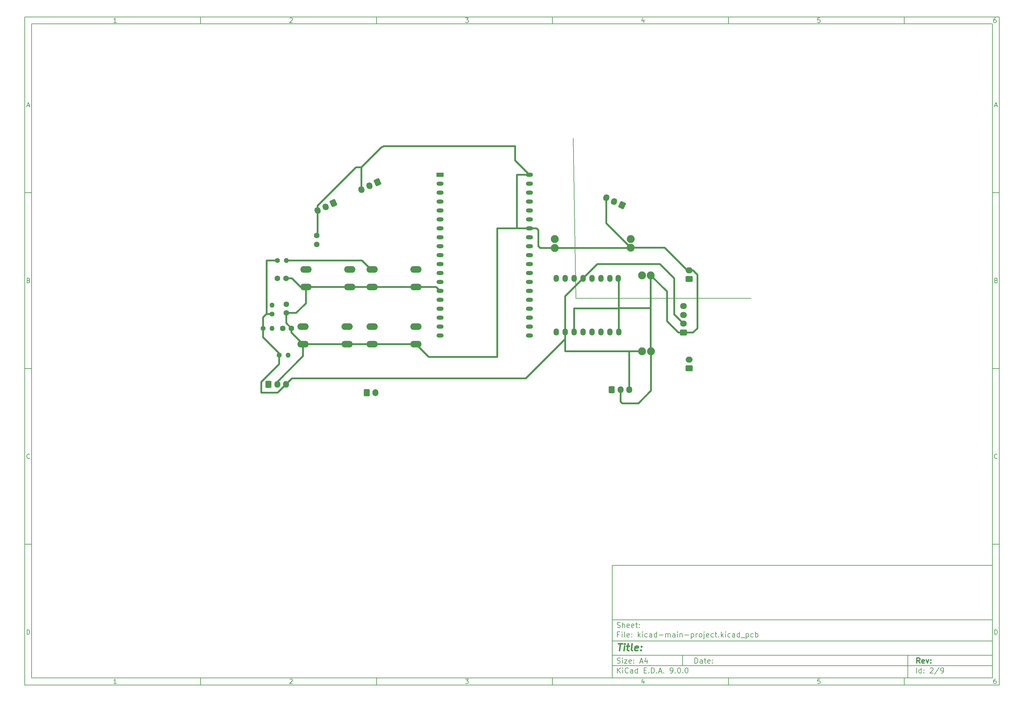
<source format=gbr>
%TF.GenerationSoftware,KiCad,Pcbnew,9.0.0*%
%TF.CreationDate,2025-05-10T22:05:33+07:00*%
%TF.ProjectId,kicad-main-project,6b696361-642d-46d6-9169-6e2d70726f6a,rev?*%
%TF.SameCoordinates,Original*%
%TF.FileFunction,Copper,L2,Bot*%
%TF.FilePolarity,Positive*%
%FSLAX46Y46*%
G04 Gerber Fmt 4.6, Leading zero omitted, Abs format (unit mm)*
G04 Created by KiCad (PCBNEW 9.0.0) date 2025-05-10 22:05:33*
%MOMM*%
%LPD*%
G01*
G04 APERTURE LIST*
G04 Aperture macros list*
%AMRoundRect*
0 Rectangle with rounded corners*
0 $1 Rounding radius*
0 $2 $3 $4 $5 $6 $7 $8 $9 X,Y pos of 4 corners*
0 Add a 4 corners polygon primitive as box body*
4,1,4,$2,$3,$4,$5,$6,$7,$8,$9,$2,$3,0*
0 Add four circle primitives for the rounded corners*
1,1,$1+$1,$2,$3*
1,1,$1+$1,$4,$5*
1,1,$1+$1,$6,$7*
1,1,$1+$1,$8,$9*
0 Add four rect primitives between the rounded corners*
20,1,$1+$1,$2,$3,$4,$5,0*
20,1,$1+$1,$4,$5,$6,$7,0*
20,1,$1+$1,$6,$7,$8,$9,0*
20,1,$1+$1,$8,$9,$2,$3,0*%
%AMHorizOval*
0 Thick line with rounded ends*
0 $1 width*
0 $2 $3 position (X,Y) of the first rounded end (center of the circle)*
0 $4 $5 position (X,Y) of the second rounded end (center of the circle)*
0 Add line between two ends*
20,1,$1,$2,$3,$4,$5,0*
0 Add two circle primitives to create the rounded ends*
1,1,$1,$2,$3*
1,1,$1,$4,$5*%
G04 Aperture macros list end*
%ADD10C,0.100000*%
%ADD11C,0.150000*%
%ADD12C,0.300000*%
%ADD13C,0.400000*%
%TA.AperFunction,NonConductor*%
%ADD14C,0.200000*%
%TD*%
%TA.AperFunction,ComponentPad*%
%ADD15RoundRect,0.250000X0.750000X-0.600000X0.750000X0.600000X-0.750000X0.600000X-0.750000X-0.600000X0*%
%TD*%
%TA.AperFunction,ComponentPad*%
%ADD16O,2.000000X1.700000*%
%TD*%
%TA.AperFunction,ComponentPad*%
%ADD17O,1.950000X1.700000*%
%TD*%
%TA.AperFunction,ComponentPad*%
%ADD18RoundRect,0.250000X0.725000X-0.600000X0.725000X0.600000X-0.725000X0.600000X-0.725000X-0.600000X0*%
%TD*%
%TA.AperFunction,ComponentPad*%
%ADD19O,3.200000X1.900000*%
%TD*%
%TA.AperFunction,ComponentPad*%
%ADD20O,1.500000X2.000000*%
%TD*%
%TA.AperFunction,ComponentPad*%
%ADD21C,1.600000*%
%TD*%
%TA.AperFunction,ComponentPad*%
%ADD22RoundRect,0.250000X-0.600000X-0.725000X0.600000X-0.725000X0.600000X0.725000X-0.600000X0.725000X0*%
%TD*%
%TA.AperFunction,ComponentPad*%
%ADD23O,1.700000X1.950000*%
%TD*%
%TA.AperFunction,ComponentPad*%
%ADD24C,1.400000*%
%TD*%
%TA.AperFunction,ComponentPad*%
%ADD25O,1.400000X1.400000*%
%TD*%
%TA.AperFunction,ComponentPad*%
%ADD26C,2.250000*%
%TD*%
%TA.AperFunction,ComponentPad*%
%ADD27RoundRect,0.250000X0.237386X0.910644X-0.850183X0.403502X-0.237386X-0.910644X0.850183X-0.403502X0*%
%TD*%
%TA.AperFunction,ComponentPad*%
%ADD28HorizOval,1.700000X-0.052827X0.113288X0.052827X-0.113288X0*%
%TD*%
%TA.AperFunction,ComponentPad*%
%ADD29RoundRect,0.250000X-0.600000X-0.750000X0.600000X-0.750000X0.600000X0.750000X-0.600000X0.750000X0*%
%TD*%
%TA.AperFunction,ComponentPad*%
%ADD30O,1.700000X2.000000*%
%TD*%
%TA.AperFunction,ComponentPad*%
%ADD31R,2.000000X1.200000*%
%TD*%
%TA.AperFunction,ComponentPad*%
%ADD32O,2.000000X1.200000*%
%TD*%
%TA.AperFunction,ComponentPad*%
%ADD33RoundRect,0.250000X0.850183X0.403502X-0.237386X0.910644X-0.850183X-0.403502X0.237386X-0.910644X0*%
%TD*%
%TA.AperFunction,ComponentPad*%
%ADD34HorizOval,1.700000X0.052827X0.113288X-0.052827X-0.113288X0*%
%TD*%
%TA.AperFunction,Conductor*%
%ADD35C,0.508000*%
%TD*%
G04 APERTURE END LIST*
D10*
D11*
X177002200Y-166007200D02*
X285002200Y-166007200D01*
X285002200Y-198007200D01*
X177002200Y-198007200D01*
X177002200Y-166007200D01*
D10*
D11*
X10000000Y-10000000D02*
X287002200Y-10000000D01*
X287002200Y-200007200D01*
X10000000Y-200007200D01*
X10000000Y-10000000D01*
D10*
D11*
X12000000Y-12000000D02*
X285002200Y-12000000D01*
X285002200Y-198007200D01*
X12000000Y-198007200D01*
X12000000Y-12000000D01*
D10*
D11*
X60000000Y-12000000D02*
X60000000Y-10000000D01*
D10*
D11*
X110000000Y-12000000D02*
X110000000Y-10000000D01*
D10*
D11*
X160000000Y-12000000D02*
X160000000Y-10000000D01*
D10*
D11*
X210000000Y-12000000D02*
X210000000Y-10000000D01*
D10*
D11*
X260000000Y-12000000D02*
X260000000Y-10000000D01*
D10*
D11*
X36089160Y-11593604D02*
X35346303Y-11593604D01*
X35717731Y-11593604D02*
X35717731Y-10293604D01*
X35717731Y-10293604D02*
X35593922Y-10479319D01*
X35593922Y-10479319D02*
X35470112Y-10603128D01*
X35470112Y-10603128D02*
X35346303Y-10665033D01*
D10*
D11*
X85346303Y-10417414D02*
X85408207Y-10355509D01*
X85408207Y-10355509D02*
X85532017Y-10293604D01*
X85532017Y-10293604D02*
X85841541Y-10293604D01*
X85841541Y-10293604D02*
X85965350Y-10355509D01*
X85965350Y-10355509D02*
X86027255Y-10417414D01*
X86027255Y-10417414D02*
X86089160Y-10541223D01*
X86089160Y-10541223D02*
X86089160Y-10665033D01*
X86089160Y-10665033D02*
X86027255Y-10850747D01*
X86027255Y-10850747D02*
X85284398Y-11593604D01*
X85284398Y-11593604D02*
X86089160Y-11593604D01*
D10*
D11*
X135284398Y-10293604D02*
X136089160Y-10293604D01*
X136089160Y-10293604D02*
X135655826Y-10788842D01*
X135655826Y-10788842D02*
X135841541Y-10788842D01*
X135841541Y-10788842D02*
X135965350Y-10850747D01*
X135965350Y-10850747D02*
X136027255Y-10912652D01*
X136027255Y-10912652D02*
X136089160Y-11036461D01*
X136089160Y-11036461D02*
X136089160Y-11345985D01*
X136089160Y-11345985D02*
X136027255Y-11469795D01*
X136027255Y-11469795D02*
X135965350Y-11531700D01*
X135965350Y-11531700D02*
X135841541Y-11593604D01*
X135841541Y-11593604D02*
X135470112Y-11593604D01*
X135470112Y-11593604D02*
X135346303Y-11531700D01*
X135346303Y-11531700D02*
X135284398Y-11469795D01*
D10*
D11*
X185965350Y-10726938D02*
X185965350Y-11593604D01*
X185655826Y-10231700D02*
X185346303Y-11160271D01*
X185346303Y-11160271D02*
X186151064Y-11160271D01*
D10*
D11*
X236027255Y-10293604D02*
X235408207Y-10293604D01*
X235408207Y-10293604D02*
X235346303Y-10912652D01*
X235346303Y-10912652D02*
X235408207Y-10850747D01*
X235408207Y-10850747D02*
X235532017Y-10788842D01*
X235532017Y-10788842D02*
X235841541Y-10788842D01*
X235841541Y-10788842D02*
X235965350Y-10850747D01*
X235965350Y-10850747D02*
X236027255Y-10912652D01*
X236027255Y-10912652D02*
X236089160Y-11036461D01*
X236089160Y-11036461D02*
X236089160Y-11345985D01*
X236089160Y-11345985D02*
X236027255Y-11469795D01*
X236027255Y-11469795D02*
X235965350Y-11531700D01*
X235965350Y-11531700D02*
X235841541Y-11593604D01*
X235841541Y-11593604D02*
X235532017Y-11593604D01*
X235532017Y-11593604D02*
X235408207Y-11531700D01*
X235408207Y-11531700D02*
X235346303Y-11469795D01*
D10*
D11*
X285965350Y-10293604D02*
X285717731Y-10293604D01*
X285717731Y-10293604D02*
X285593922Y-10355509D01*
X285593922Y-10355509D02*
X285532017Y-10417414D01*
X285532017Y-10417414D02*
X285408207Y-10603128D01*
X285408207Y-10603128D02*
X285346303Y-10850747D01*
X285346303Y-10850747D02*
X285346303Y-11345985D01*
X285346303Y-11345985D02*
X285408207Y-11469795D01*
X285408207Y-11469795D02*
X285470112Y-11531700D01*
X285470112Y-11531700D02*
X285593922Y-11593604D01*
X285593922Y-11593604D02*
X285841541Y-11593604D01*
X285841541Y-11593604D02*
X285965350Y-11531700D01*
X285965350Y-11531700D02*
X286027255Y-11469795D01*
X286027255Y-11469795D02*
X286089160Y-11345985D01*
X286089160Y-11345985D02*
X286089160Y-11036461D01*
X286089160Y-11036461D02*
X286027255Y-10912652D01*
X286027255Y-10912652D02*
X285965350Y-10850747D01*
X285965350Y-10850747D02*
X285841541Y-10788842D01*
X285841541Y-10788842D02*
X285593922Y-10788842D01*
X285593922Y-10788842D02*
X285470112Y-10850747D01*
X285470112Y-10850747D02*
X285408207Y-10912652D01*
X285408207Y-10912652D02*
X285346303Y-11036461D01*
D10*
D11*
X60000000Y-198007200D02*
X60000000Y-200007200D01*
D10*
D11*
X110000000Y-198007200D02*
X110000000Y-200007200D01*
D10*
D11*
X160000000Y-198007200D02*
X160000000Y-200007200D01*
D10*
D11*
X210000000Y-198007200D02*
X210000000Y-200007200D01*
D10*
D11*
X260000000Y-198007200D02*
X260000000Y-200007200D01*
D10*
D11*
X36089160Y-199600804D02*
X35346303Y-199600804D01*
X35717731Y-199600804D02*
X35717731Y-198300804D01*
X35717731Y-198300804D02*
X35593922Y-198486519D01*
X35593922Y-198486519D02*
X35470112Y-198610328D01*
X35470112Y-198610328D02*
X35346303Y-198672233D01*
D10*
D11*
X85346303Y-198424614D02*
X85408207Y-198362709D01*
X85408207Y-198362709D02*
X85532017Y-198300804D01*
X85532017Y-198300804D02*
X85841541Y-198300804D01*
X85841541Y-198300804D02*
X85965350Y-198362709D01*
X85965350Y-198362709D02*
X86027255Y-198424614D01*
X86027255Y-198424614D02*
X86089160Y-198548423D01*
X86089160Y-198548423D02*
X86089160Y-198672233D01*
X86089160Y-198672233D02*
X86027255Y-198857947D01*
X86027255Y-198857947D02*
X85284398Y-199600804D01*
X85284398Y-199600804D02*
X86089160Y-199600804D01*
D10*
D11*
X135284398Y-198300804D02*
X136089160Y-198300804D01*
X136089160Y-198300804D02*
X135655826Y-198796042D01*
X135655826Y-198796042D02*
X135841541Y-198796042D01*
X135841541Y-198796042D02*
X135965350Y-198857947D01*
X135965350Y-198857947D02*
X136027255Y-198919852D01*
X136027255Y-198919852D02*
X136089160Y-199043661D01*
X136089160Y-199043661D02*
X136089160Y-199353185D01*
X136089160Y-199353185D02*
X136027255Y-199476995D01*
X136027255Y-199476995D02*
X135965350Y-199538900D01*
X135965350Y-199538900D02*
X135841541Y-199600804D01*
X135841541Y-199600804D02*
X135470112Y-199600804D01*
X135470112Y-199600804D02*
X135346303Y-199538900D01*
X135346303Y-199538900D02*
X135284398Y-199476995D01*
D10*
D11*
X185965350Y-198734138D02*
X185965350Y-199600804D01*
X185655826Y-198238900D02*
X185346303Y-199167471D01*
X185346303Y-199167471D02*
X186151064Y-199167471D01*
D10*
D11*
X236027255Y-198300804D02*
X235408207Y-198300804D01*
X235408207Y-198300804D02*
X235346303Y-198919852D01*
X235346303Y-198919852D02*
X235408207Y-198857947D01*
X235408207Y-198857947D02*
X235532017Y-198796042D01*
X235532017Y-198796042D02*
X235841541Y-198796042D01*
X235841541Y-198796042D02*
X235965350Y-198857947D01*
X235965350Y-198857947D02*
X236027255Y-198919852D01*
X236027255Y-198919852D02*
X236089160Y-199043661D01*
X236089160Y-199043661D02*
X236089160Y-199353185D01*
X236089160Y-199353185D02*
X236027255Y-199476995D01*
X236027255Y-199476995D02*
X235965350Y-199538900D01*
X235965350Y-199538900D02*
X235841541Y-199600804D01*
X235841541Y-199600804D02*
X235532017Y-199600804D01*
X235532017Y-199600804D02*
X235408207Y-199538900D01*
X235408207Y-199538900D02*
X235346303Y-199476995D01*
D10*
D11*
X285965350Y-198300804D02*
X285717731Y-198300804D01*
X285717731Y-198300804D02*
X285593922Y-198362709D01*
X285593922Y-198362709D02*
X285532017Y-198424614D01*
X285532017Y-198424614D02*
X285408207Y-198610328D01*
X285408207Y-198610328D02*
X285346303Y-198857947D01*
X285346303Y-198857947D02*
X285346303Y-199353185D01*
X285346303Y-199353185D02*
X285408207Y-199476995D01*
X285408207Y-199476995D02*
X285470112Y-199538900D01*
X285470112Y-199538900D02*
X285593922Y-199600804D01*
X285593922Y-199600804D02*
X285841541Y-199600804D01*
X285841541Y-199600804D02*
X285965350Y-199538900D01*
X285965350Y-199538900D02*
X286027255Y-199476995D01*
X286027255Y-199476995D02*
X286089160Y-199353185D01*
X286089160Y-199353185D02*
X286089160Y-199043661D01*
X286089160Y-199043661D02*
X286027255Y-198919852D01*
X286027255Y-198919852D02*
X285965350Y-198857947D01*
X285965350Y-198857947D02*
X285841541Y-198796042D01*
X285841541Y-198796042D02*
X285593922Y-198796042D01*
X285593922Y-198796042D02*
X285470112Y-198857947D01*
X285470112Y-198857947D02*
X285408207Y-198919852D01*
X285408207Y-198919852D02*
X285346303Y-199043661D01*
D10*
D11*
X10000000Y-60000000D02*
X12000000Y-60000000D01*
D10*
D11*
X10000000Y-110000000D02*
X12000000Y-110000000D01*
D10*
D11*
X10000000Y-160000000D02*
X12000000Y-160000000D01*
D10*
D11*
X10690476Y-35222176D02*
X11309523Y-35222176D01*
X10566666Y-35593604D02*
X10999999Y-34293604D01*
X10999999Y-34293604D02*
X11433333Y-35593604D01*
D10*
D11*
X11092857Y-84912652D02*
X11278571Y-84974557D01*
X11278571Y-84974557D02*
X11340476Y-85036461D01*
X11340476Y-85036461D02*
X11402380Y-85160271D01*
X11402380Y-85160271D02*
X11402380Y-85345985D01*
X11402380Y-85345985D02*
X11340476Y-85469795D01*
X11340476Y-85469795D02*
X11278571Y-85531700D01*
X11278571Y-85531700D02*
X11154761Y-85593604D01*
X11154761Y-85593604D02*
X10659523Y-85593604D01*
X10659523Y-85593604D02*
X10659523Y-84293604D01*
X10659523Y-84293604D02*
X11092857Y-84293604D01*
X11092857Y-84293604D02*
X11216666Y-84355509D01*
X11216666Y-84355509D02*
X11278571Y-84417414D01*
X11278571Y-84417414D02*
X11340476Y-84541223D01*
X11340476Y-84541223D02*
X11340476Y-84665033D01*
X11340476Y-84665033D02*
X11278571Y-84788842D01*
X11278571Y-84788842D02*
X11216666Y-84850747D01*
X11216666Y-84850747D02*
X11092857Y-84912652D01*
X11092857Y-84912652D02*
X10659523Y-84912652D01*
D10*
D11*
X11402380Y-135469795D02*
X11340476Y-135531700D01*
X11340476Y-135531700D02*
X11154761Y-135593604D01*
X11154761Y-135593604D02*
X11030952Y-135593604D01*
X11030952Y-135593604D02*
X10845238Y-135531700D01*
X10845238Y-135531700D02*
X10721428Y-135407890D01*
X10721428Y-135407890D02*
X10659523Y-135284080D01*
X10659523Y-135284080D02*
X10597619Y-135036461D01*
X10597619Y-135036461D02*
X10597619Y-134850747D01*
X10597619Y-134850747D02*
X10659523Y-134603128D01*
X10659523Y-134603128D02*
X10721428Y-134479319D01*
X10721428Y-134479319D02*
X10845238Y-134355509D01*
X10845238Y-134355509D02*
X11030952Y-134293604D01*
X11030952Y-134293604D02*
X11154761Y-134293604D01*
X11154761Y-134293604D02*
X11340476Y-134355509D01*
X11340476Y-134355509D02*
X11402380Y-134417414D01*
D10*
D11*
X10659523Y-185593604D02*
X10659523Y-184293604D01*
X10659523Y-184293604D02*
X10969047Y-184293604D01*
X10969047Y-184293604D02*
X11154761Y-184355509D01*
X11154761Y-184355509D02*
X11278571Y-184479319D01*
X11278571Y-184479319D02*
X11340476Y-184603128D01*
X11340476Y-184603128D02*
X11402380Y-184850747D01*
X11402380Y-184850747D02*
X11402380Y-185036461D01*
X11402380Y-185036461D02*
X11340476Y-185284080D01*
X11340476Y-185284080D02*
X11278571Y-185407890D01*
X11278571Y-185407890D02*
X11154761Y-185531700D01*
X11154761Y-185531700D02*
X10969047Y-185593604D01*
X10969047Y-185593604D02*
X10659523Y-185593604D01*
D10*
D11*
X287002200Y-60000000D02*
X285002200Y-60000000D01*
D10*
D11*
X287002200Y-110000000D02*
X285002200Y-110000000D01*
D10*
D11*
X287002200Y-160000000D02*
X285002200Y-160000000D01*
D10*
D11*
X285692676Y-35222176D02*
X286311723Y-35222176D01*
X285568866Y-35593604D02*
X286002199Y-34293604D01*
X286002199Y-34293604D02*
X286435533Y-35593604D01*
D10*
D11*
X286095057Y-84912652D02*
X286280771Y-84974557D01*
X286280771Y-84974557D02*
X286342676Y-85036461D01*
X286342676Y-85036461D02*
X286404580Y-85160271D01*
X286404580Y-85160271D02*
X286404580Y-85345985D01*
X286404580Y-85345985D02*
X286342676Y-85469795D01*
X286342676Y-85469795D02*
X286280771Y-85531700D01*
X286280771Y-85531700D02*
X286156961Y-85593604D01*
X286156961Y-85593604D02*
X285661723Y-85593604D01*
X285661723Y-85593604D02*
X285661723Y-84293604D01*
X285661723Y-84293604D02*
X286095057Y-84293604D01*
X286095057Y-84293604D02*
X286218866Y-84355509D01*
X286218866Y-84355509D02*
X286280771Y-84417414D01*
X286280771Y-84417414D02*
X286342676Y-84541223D01*
X286342676Y-84541223D02*
X286342676Y-84665033D01*
X286342676Y-84665033D02*
X286280771Y-84788842D01*
X286280771Y-84788842D02*
X286218866Y-84850747D01*
X286218866Y-84850747D02*
X286095057Y-84912652D01*
X286095057Y-84912652D02*
X285661723Y-84912652D01*
D10*
D11*
X286404580Y-135469795D02*
X286342676Y-135531700D01*
X286342676Y-135531700D02*
X286156961Y-135593604D01*
X286156961Y-135593604D02*
X286033152Y-135593604D01*
X286033152Y-135593604D02*
X285847438Y-135531700D01*
X285847438Y-135531700D02*
X285723628Y-135407890D01*
X285723628Y-135407890D02*
X285661723Y-135284080D01*
X285661723Y-135284080D02*
X285599819Y-135036461D01*
X285599819Y-135036461D02*
X285599819Y-134850747D01*
X285599819Y-134850747D02*
X285661723Y-134603128D01*
X285661723Y-134603128D02*
X285723628Y-134479319D01*
X285723628Y-134479319D02*
X285847438Y-134355509D01*
X285847438Y-134355509D02*
X286033152Y-134293604D01*
X286033152Y-134293604D02*
X286156961Y-134293604D01*
X286156961Y-134293604D02*
X286342676Y-134355509D01*
X286342676Y-134355509D02*
X286404580Y-134417414D01*
D10*
D11*
X285661723Y-185593604D02*
X285661723Y-184293604D01*
X285661723Y-184293604D02*
X285971247Y-184293604D01*
X285971247Y-184293604D02*
X286156961Y-184355509D01*
X286156961Y-184355509D02*
X286280771Y-184479319D01*
X286280771Y-184479319D02*
X286342676Y-184603128D01*
X286342676Y-184603128D02*
X286404580Y-184850747D01*
X286404580Y-184850747D02*
X286404580Y-185036461D01*
X286404580Y-185036461D02*
X286342676Y-185284080D01*
X286342676Y-185284080D02*
X286280771Y-185407890D01*
X286280771Y-185407890D02*
X286156961Y-185531700D01*
X286156961Y-185531700D02*
X285971247Y-185593604D01*
X285971247Y-185593604D02*
X285661723Y-185593604D01*
D10*
D11*
X200458026Y-193793328D02*
X200458026Y-192293328D01*
X200458026Y-192293328D02*
X200815169Y-192293328D01*
X200815169Y-192293328D02*
X201029455Y-192364757D01*
X201029455Y-192364757D02*
X201172312Y-192507614D01*
X201172312Y-192507614D02*
X201243741Y-192650471D01*
X201243741Y-192650471D02*
X201315169Y-192936185D01*
X201315169Y-192936185D02*
X201315169Y-193150471D01*
X201315169Y-193150471D02*
X201243741Y-193436185D01*
X201243741Y-193436185D02*
X201172312Y-193579042D01*
X201172312Y-193579042D02*
X201029455Y-193721900D01*
X201029455Y-193721900D02*
X200815169Y-193793328D01*
X200815169Y-193793328D02*
X200458026Y-193793328D01*
X202600884Y-193793328D02*
X202600884Y-193007614D01*
X202600884Y-193007614D02*
X202529455Y-192864757D01*
X202529455Y-192864757D02*
X202386598Y-192793328D01*
X202386598Y-192793328D02*
X202100884Y-192793328D01*
X202100884Y-192793328D02*
X201958026Y-192864757D01*
X202600884Y-193721900D02*
X202458026Y-193793328D01*
X202458026Y-193793328D02*
X202100884Y-193793328D01*
X202100884Y-193793328D02*
X201958026Y-193721900D01*
X201958026Y-193721900D02*
X201886598Y-193579042D01*
X201886598Y-193579042D02*
X201886598Y-193436185D01*
X201886598Y-193436185D02*
X201958026Y-193293328D01*
X201958026Y-193293328D02*
X202100884Y-193221900D01*
X202100884Y-193221900D02*
X202458026Y-193221900D01*
X202458026Y-193221900D02*
X202600884Y-193150471D01*
X203100884Y-192793328D02*
X203672312Y-192793328D01*
X203315169Y-192293328D02*
X203315169Y-193579042D01*
X203315169Y-193579042D02*
X203386598Y-193721900D01*
X203386598Y-193721900D02*
X203529455Y-193793328D01*
X203529455Y-193793328D02*
X203672312Y-193793328D01*
X204743741Y-193721900D02*
X204600884Y-193793328D01*
X204600884Y-193793328D02*
X204315170Y-193793328D01*
X204315170Y-193793328D02*
X204172312Y-193721900D01*
X204172312Y-193721900D02*
X204100884Y-193579042D01*
X204100884Y-193579042D02*
X204100884Y-193007614D01*
X204100884Y-193007614D02*
X204172312Y-192864757D01*
X204172312Y-192864757D02*
X204315170Y-192793328D01*
X204315170Y-192793328D02*
X204600884Y-192793328D01*
X204600884Y-192793328D02*
X204743741Y-192864757D01*
X204743741Y-192864757D02*
X204815170Y-193007614D01*
X204815170Y-193007614D02*
X204815170Y-193150471D01*
X204815170Y-193150471D02*
X204100884Y-193293328D01*
X205458026Y-193650471D02*
X205529455Y-193721900D01*
X205529455Y-193721900D02*
X205458026Y-193793328D01*
X205458026Y-193793328D02*
X205386598Y-193721900D01*
X205386598Y-193721900D02*
X205458026Y-193650471D01*
X205458026Y-193650471D02*
X205458026Y-193793328D01*
X205458026Y-192864757D02*
X205529455Y-192936185D01*
X205529455Y-192936185D02*
X205458026Y-193007614D01*
X205458026Y-193007614D02*
X205386598Y-192936185D01*
X205386598Y-192936185D02*
X205458026Y-192864757D01*
X205458026Y-192864757D02*
X205458026Y-193007614D01*
D10*
D11*
X177002200Y-194507200D02*
X285002200Y-194507200D01*
D10*
D11*
X178458026Y-196593328D02*
X178458026Y-195093328D01*
X179315169Y-196593328D02*
X178672312Y-195736185D01*
X179315169Y-195093328D02*
X178458026Y-195950471D01*
X179958026Y-196593328D02*
X179958026Y-195593328D01*
X179958026Y-195093328D02*
X179886598Y-195164757D01*
X179886598Y-195164757D02*
X179958026Y-195236185D01*
X179958026Y-195236185D02*
X180029455Y-195164757D01*
X180029455Y-195164757D02*
X179958026Y-195093328D01*
X179958026Y-195093328D02*
X179958026Y-195236185D01*
X181529455Y-196450471D02*
X181458027Y-196521900D01*
X181458027Y-196521900D02*
X181243741Y-196593328D01*
X181243741Y-196593328D02*
X181100884Y-196593328D01*
X181100884Y-196593328D02*
X180886598Y-196521900D01*
X180886598Y-196521900D02*
X180743741Y-196379042D01*
X180743741Y-196379042D02*
X180672312Y-196236185D01*
X180672312Y-196236185D02*
X180600884Y-195950471D01*
X180600884Y-195950471D02*
X180600884Y-195736185D01*
X180600884Y-195736185D02*
X180672312Y-195450471D01*
X180672312Y-195450471D02*
X180743741Y-195307614D01*
X180743741Y-195307614D02*
X180886598Y-195164757D01*
X180886598Y-195164757D02*
X181100884Y-195093328D01*
X181100884Y-195093328D02*
X181243741Y-195093328D01*
X181243741Y-195093328D02*
X181458027Y-195164757D01*
X181458027Y-195164757D02*
X181529455Y-195236185D01*
X182815170Y-196593328D02*
X182815170Y-195807614D01*
X182815170Y-195807614D02*
X182743741Y-195664757D01*
X182743741Y-195664757D02*
X182600884Y-195593328D01*
X182600884Y-195593328D02*
X182315170Y-195593328D01*
X182315170Y-195593328D02*
X182172312Y-195664757D01*
X182815170Y-196521900D02*
X182672312Y-196593328D01*
X182672312Y-196593328D02*
X182315170Y-196593328D01*
X182315170Y-196593328D02*
X182172312Y-196521900D01*
X182172312Y-196521900D02*
X182100884Y-196379042D01*
X182100884Y-196379042D02*
X182100884Y-196236185D01*
X182100884Y-196236185D02*
X182172312Y-196093328D01*
X182172312Y-196093328D02*
X182315170Y-196021900D01*
X182315170Y-196021900D02*
X182672312Y-196021900D01*
X182672312Y-196021900D02*
X182815170Y-195950471D01*
X184172313Y-196593328D02*
X184172313Y-195093328D01*
X184172313Y-196521900D02*
X184029455Y-196593328D01*
X184029455Y-196593328D02*
X183743741Y-196593328D01*
X183743741Y-196593328D02*
X183600884Y-196521900D01*
X183600884Y-196521900D02*
X183529455Y-196450471D01*
X183529455Y-196450471D02*
X183458027Y-196307614D01*
X183458027Y-196307614D02*
X183458027Y-195879042D01*
X183458027Y-195879042D02*
X183529455Y-195736185D01*
X183529455Y-195736185D02*
X183600884Y-195664757D01*
X183600884Y-195664757D02*
X183743741Y-195593328D01*
X183743741Y-195593328D02*
X184029455Y-195593328D01*
X184029455Y-195593328D02*
X184172313Y-195664757D01*
X186029455Y-195807614D02*
X186529455Y-195807614D01*
X186743741Y-196593328D02*
X186029455Y-196593328D01*
X186029455Y-196593328D02*
X186029455Y-195093328D01*
X186029455Y-195093328D02*
X186743741Y-195093328D01*
X187386598Y-196450471D02*
X187458027Y-196521900D01*
X187458027Y-196521900D02*
X187386598Y-196593328D01*
X187386598Y-196593328D02*
X187315170Y-196521900D01*
X187315170Y-196521900D02*
X187386598Y-196450471D01*
X187386598Y-196450471D02*
X187386598Y-196593328D01*
X188100884Y-196593328D02*
X188100884Y-195093328D01*
X188100884Y-195093328D02*
X188458027Y-195093328D01*
X188458027Y-195093328D02*
X188672313Y-195164757D01*
X188672313Y-195164757D02*
X188815170Y-195307614D01*
X188815170Y-195307614D02*
X188886599Y-195450471D01*
X188886599Y-195450471D02*
X188958027Y-195736185D01*
X188958027Y-195736185D02*
X188958027Y-195950471D01*
X188958027Y-195950471D02*
X188886599Y-196236185D01*
X188886599Y-196236185D02*
X188815170Y-196379042D01*
X188815170Y-196379042D02*
X188672313Y-196521900D01*
X188672313Y-196521900D02*
X188458027Y-196593328D01*
X188458027Y-196593328D02*
X188100884Y-196593328D01*
X189600884Y-196450471D02*
X189672313Y-196521900D01*
X189672313Y-196521900D02*
X189600884Y-196593328D01*
X189600884Y-196593328D02*
X189529456Y-196521900D01*
X189529456Y-196521900D02*
X189600884Y-196450471D01*
X189600884Y-196450471D02*
X189600884Y-196593328D01*
X190243742Y-196164757D02*
X190958028Y-196164757D01*
X190100885Y-196593328D02*
X190600885Y-195093328D01*
X190600885Y-195093328D02*
X191100885Y-196593328D01*
X191600884Y-196450471D02*
X191672313Y-196521900D01*
X191672313Y-196521900D02*
X191600884Y-196593328D01*
X191600884Y-196593328D02*
X191529456Y-196521900D01*
X191529456Y-196521900D02*
X191600884Y-196450471D01*
X191600884Y-196450471D02*
X191600884Y-196593328D01*
X193529456Y-196593328D02*
X193815170Y-196593328D01*
X193815170Y-196593328D02*
X193958027Y-196521900D01*
X193958027Y-196521900D02*
X194029456Y-196450471D01*
X194029456Y-196450471D02*
X194172313Y-196236185D01*
X194172313Y-196236185D02*
X194243742Y-195950471D01*
X194243742Y-195950471D02*
X194243742Y-195379042D01*
X194243742Y-195379042D02*
X194172313Y-195236185D01*
X194172313Y-195236185D02*
X194100885Y-195164757D01*
X194100885Y-195164757D02*
X193958027Y-195093328D01*
X193958027Y-195093328D02*
X193672313Y-195093328D01*
X193672313Y-195093328D02*
X193529456Y-195164757D01*
X193529456Y-195164757D02*
X193458027Y-195236185D01*
X193458027Y-195236185D02*
X193386599Y-195379042D01*
X193386599Y-195379042D02*
X193386599Y-195736185D01*
X193386599Y-195736185D02*
X193458027Y-195879042D01*
X193458027Y-195879042D02*
X193529456Y-195950471D01*
X193529456Y-195950471D02*
X193672313Y-196021900D01*
X193672313Y-196021900D02*
X193958027Y-196021900D01*
X193958027Y-196021900D02*
X194100885Y-195950471D01*
X194100885Y-195950471D02*
X194172313Y-195879042D01*
X194172313Y-195879042D02*
X194243742Y-195736185D01*
X194886598Y-196450471D02*
X194958027Y-196521900D01*
X194958027Y-196521900D02*
X194886598Y-196593328D01*
X194886598Y-196593328D02*
X194815170Y-196521900D01*
X194815170Y-196521900D02*
X194886598Y-196450471D01*
X194886598Y-196450471D02*
X194886598Y-196593328D01*
X195886599Y-195093328D02*
X196029456Y-195093328D01*
X196029456Y-195093328D02*
X196172313Y-195164757D01*
X196172313Y-195164757D02*
X196243742Y-195236185D01*
X196243742Y-195236185D02*
X196315170Y-195379042D01*
X196315170Y-195379042D02*
X196386599Y-195664757D01*
X196386599Y-195664757D02*
X196386599Y-196021900D01*
X196386599Y-196021900D02*
X196315170Y-196307614D01*
X196315170Y-196307614D02*
X196243742Y-196450471D01*
X196243742Y-196450471D02*
X196172313Y-196521900D01*
X196172313Y-196521900D02*
X196029456Y-196593328D01*
X196029456Y-196593328D02*
X195886599Y-196593328D01*
X195886599Y-196593328D02*
X195743742Y-196521900D01*
X195743742Y-196521900D02*
X195672313Y-196450471D01*
X195672313Y-196450471D02*
X195600884Y-196307614D01*
X195600884Y-196307614D02*
X195529456Y-196021900D01*
X195529456Y-196021900D02*
X195529456Y-195664757D01*
X195529456Y-195664757D02*
X195600884Y-195379042D01*
X195600884Y-195379042D02*
X195672313Y-195236185D01*
X195672313Y-195236185D02*
X195743742Y-195164757D01*
X195743742Y-195164757D02*
X195886599Y-195093328D01*
X197029455Y-196450471D02*
X197100884Y-196521900D01*
X197100884Y-196521900D02*
X197029455Y-196593328D01*
X197029455Y-196593328D02*
X196958027Y-196521900D01*
X196958027Y-196521900D02*
X197029455Y-196450471D01*
X197029455Y-196450471D02*
X197029455Y-196593328D01*
X198029456Y-195093328D02*
X198172313Y-195093328D01*
X198172313Y-195093328D02*
X198315170Y-195164757D01*
X198315170Y-195164757D02*
X198386599Y-195236185D01*
X198386599Y-195236185D02*
X198458027Y-195379042D01*
X198458027Y-195379042D02*
X198529456Y-195664757D01*
X198529456Y-195664757D02*
X198529456Y-196021900D01*
X198529456Y-196021900D02*
X198458027Y-196307614D01*
X198458027Y-196307614D02*
X198386599Y-196450471D01*
X198386599Y-196450471D02*
X198315170Y-196521900D01*
X198315170Y-196521900D02*
X198172313Y-196593328D01*
X198172313Y-196593328D02*
X198029456Y-196593328D01*
X198029456Y-196593328D02*
X197886599Y-196521900D01*
X197886599Y-196521900D02*
X197815170Y-196450471D01*
X197815170Y-196450471D02*
X197743741Y-196307614D01*
X197743741Y-196307614D02*
X197672313Y-196021900D01*
X197672313Y-196021900D02*
X197672313Y-195664757D01*
X197672313Y-195664757D02*
X197743741Y-195379042D01*
X197743741Y-195379042D02*
X197815170Y-195236185D01*
X197815170Y-195236185D02*
X197886599Y-195164757D01*
X197886599Y-195164757D02*
X198029456Y-195093328D01*
D10*
D11*
X177002200Y-191507200D02*
X285002200Y-191507200D01*
D10*
D12*
X264413853Y-193785528D02*
X263913853Y-193071242D01*
X263556710Y-193785528D02*
X263556710Y-192285528D01*
X263556710Y-192285528D02*
X264128139Y-192285528D01*
X264128139Y-192285528D02*
X264270996Y-192356957D01*
X264270996Y-192356957D02*
X264342425Y-192428385D01*
X264342425Y-192428385D02*
X264413853Y-192571242D01*
X264413853Y-192571242D02*
X264413853Y-192785528D01*
X264413853Y-192785528D02*
X264342425Y-192928385D01*
X264342425Y-192928385D02*
X264270996Y-192999814D01*
X264270996Y-192999814D02*
X264128139Y-193071242D01*
X264128139Y-193071242D02*
X263556710Y-193071242D01*
X265628139Y-193714100D02*
X265485282Y-193785528D01*
X265485282Y-193785528D02*
X265199568Y-193785528D01*
X265199568Y-193785528D02*
X265056710Y-193714100D01*
X265056710Y-193714100D02*
X264985282Y-193571242D01*
X264985282Y-193571242D02*
X264985282Y-192999814D01*
X264985282Y-192999814D02*
X265056710Y-192856957D01*
X265056710Y-192856957D02*
X265199568Y-192785528D01*
X265199568Y-192785528D02*
X265485282Y-192785528D01*
X265485282Y-192785528D02*
X265628139Y-192856957D01*
X265628139Y-192856957D02*
X265699568Y-192999814D01*
X265699568Y-192999814D02*
X265699568Y-193142671D01*
X265699568Y-193142671D02*
X264985282Y-193285528D01*
X266199567Y-192785528D02*
X266556710Y-193785528D01*
X266556710Y-193785528D02*
X266913853Y-192785528D01*
X267485281Y-193642671D02*
X267556710Y-193714100D01*
X267556710Y-193714100D02*
X267485281Y-193785528D01*
X267485281Y-193785528D02*
X267413853Y-193714100D01*
X267413853Y-193714100D02*
X267485281Y-193642671D01*
X267485281Y-193642671D02*
X267485281Y-193785528D01*
X267485281Y-192856957D02*
X267556710Y-192928385D01*
X267556710Y-192928385D02*
X267485281Y-192999814D01*
X267485281Y-192999814D02*
X267413853Y-192928385D01*
X267413853Y-192928385D02*
X267485281Y-192856957D01*
X267485281Y-192856957D02*
X267485281Y-192999814D01*
D10*
D11*
X178386598Y-193721900D02*
X178600884Y-193793328D01*
X178600884Y-193793328D02*
X178958026Y-193793328D01*
X178958026Y-193793328D02*
X179100884Y-193721900D01*
X179100884Y-193721900D02*
X179172312Y-193650471D01*
X179172312Y-193650471D02*
X179243741Y-193507614D01*
X179243741Y-193507614D02*
X179243741Y-193364757D01*
X179243741Y-193364757D02*
X179172312Y-193221900D01*
X179172312Y-193221900D02*
X179100884Y-193150471D01*
X179100884Y-193150471D02*
X178958026Y-193079042D01*
X178958026Y-193079042D02*
X178672312Y-193007614D01*
X178672312Y-193007614D02*
X178529455Y-192936185D01*
X178529455Y-192936185D02*
X178458026Y-192864757D01*
X178458026Y-192864757D02*
X178386598Y-192721900D01*
X178386598Y-192721900D02*
X178386598Y-192579042D01*
X178386598Y-192579042D02*
X178458026Y-192436185D01*
X178458026Y-192436185D02*
X178529455Y-192364757D01*
X178529455Y-192364757D02*
X178672312Y-192293328D01*
X178672312Y-192293328D02*
X179029455Y-192293328D01*
X179029455Y-192293328D02*
X179243741Y-192364757D01*
X179886597Y-193793328D02*
X179886597Y-192793328D01*
X179886597Y-192293328D02*
X179815169Y-192364757D01*
X179815169Y-192364757D02*
X179886597Y-192436185D01*
X179886597Y-192436185D02*
X179958026Y-192364757D01*
X179958026Y-192364757D02*
X179886597Y-192293328D01*
X179886597Y-192293328D02*
X179886597Y-192436185D01*
X180458026Y-192793328D02*
X181243741Y-192793328D01*
X181243741Y-192793328D02*
X180458026Y-193793328D01*
X180458026Y-193793328D02*
X181243741Y-193793328D01*
X182386598Y-193721900D02*
X182243741Y-193793328D01*
X182243741Y-193793328D02*
X181958027Y-193793328D01*
X181958027Y-193793328D02*
X181815169Y-193721900D01*
X181815169Y-193721900D02*
X181743741Y-193579042D01*
X181743741Y-193579042D02*
X181743741Y-193007614D01*
X181743741Y-193007614D02*
X181815169Y-192864757D01*
X181815169Y-192864757D02*
X181958027Y-192793328D01*
X181958027Y-192793328D02*
X182243741Y-192793328D01*
X182243741Y-192793328D02*
X182386598Y-192864757D01*
X182386598Y-192864757D02*
X182458027Y-193007614D01*
X182458027Y-193007614D02*
X182458027Y-193150471D01*
X182458027Y-193150471D02*
X181743741Y-193293328D01*
X183100883Y-193650471D02*
X183172312Y-193721900D01*
X183172312Y-193721900D02*
X183100883Y-193793328D01*
X183100883Y-193793328D02*
X183029455Y-193721900D01*
X183029455Y-193721900D02*
X183100883Y-193650471D01*
X183100883Y-193650471D02*
X183100883Y-193793328D01*
X183100883Y-192864757D02*
X183172312Y-192936185D01*
X183172312Y-192936185D02*
X183100883Y-193007614D01*
X183100883Y-193007614D02*
X183029455Y-192936185D01*
X183029455Y-192936185D02*
X183100883Y-192864757D01*
X183100883Y-192864757D02*
X183100883Y-193007614D01*
X184886598Y-193364757D02*
X185600884Y-193364757D01*
X184743741Y-193793328D02*
X185243741Y-192293328D01*
X185243741Y-192293328D02*
X185743741Y-193793328D01*
X186886598Y-192793328D02*
X186886598Y-193793328D01*
X186529455Y-192221900D02*
X186172312Y-193293328D01*
X186172312Y-193293328D02*
X187100883Y-193293328D01*
D10*
D11*
X263458026Y-196593328D02*
X263458026Y-195093328D01*
X264815170Y-196593328D02*
X264815170Y-195093328D01*
X264815170Y-196521900D02*
X264672312Y-196593328D01*
X264672312Y-196593328D02*
X264386598Y-196593328D01*
X264386598Y-196593328D02*
X264243741Y-196521900D01*
X264243741Y-196521900D02*
X264172312Y-196450471D01*
X264172312Y-196450471D02*
X264100884Y-196307614D01*
X264100884Y-196307614D02*
X264100884Y-195879042D01*
X264100884Y-195879042D02*
X264172312Y-195736185D01*
X264172312Y-195736185D02*
X264243741Y-195664757D01*
X264243741Y-195664757D02*
X264386598Y-195593328D01*
X264386598Y-195593328D02*
X264672312Y-195593328D01*
X264672312Y-195593328D02*
X264815170Y-195664757D01*
X265529455Y-196450471D02*
X265600884Y-196521900D01*
X265600884Y-196521900D02*
X265529455Y-196593328D01*
X265529455Y-196593328D02*
X265458027Y-196521900D01*
X265458027Y-196521900D02*
X265529455Y-196450471D01*
X265529455Y-196450471D02*
X265529455Y-196593328D01*
X265529455Y-195664757D02*
X265600884Y-195736185D01*
X265600884Y-195736185D02*
X265529455Y-195807614D01*
X265529455Y-195807614D02*
X265458027Y-195736185D01*
X265458027Y-195736185D02*
X265529455Y-195664757D01*
X265529455Y-195664757D02*
X265529455Y-195807614D01*
X267315170Y-195236185D02*
X267386598Y-195164757D01*
X267386598Y-195164757D02*
X267529456Y-195093328D01*
X267529456Y-195093328D02*
X267886598Y-195093328D01*
X267886598Y-195093328D02*
X268029456Y-195164757D01*
X268029456Y-195164757D02*
X268100884Y-195236185D01*
X268100884Y-195236185D02*
X268172313Y-195379042D01*
X268172313Y-195379042D02*
X268172313Y-195521900D01*
X268172313Y-195521900D02*
X268100884Y-195736185D01*
X268100884Y-195736185D02*
X267243741Y-196593328D01*
X267243741Y-196593328D02*
X268172313Y-196593328D01*
X269886598Y-195021900D02*
X268600884Y-196950471D01*
X270458027Y-196593328D02*
X270743741Y-196593328D01*
X270743741Y-196593328D02*
X270886598Y-196521900D01*
X270886598Y-196521900D02*
X270958027Y-196450471D01*
X270958027Y-196450471D02*
X271100884Y-196236185D01*
X271100884Y-196236185D02*
X271172313Y-195950471D01*
X271172313Y-195950471D02*
X271172313Y-195379042D01*
X271172313Y-195379042D02*
X271100884Y-195236185D01*
X271100884Y-195236185D02*
X271029456Y-195164757D01*
X271029456Y-195164757D02*
X270886598Y-195093328D01*
X270886598Y-195093328D02*
X270600884Y-195093328D01*
X270600884Y-195093328D02*
X270458027Y-195164757D01*
X270458027Y-195164757D02*
X270386598Y-195236185D01*
X270386598Y-195236185D02*
X270315170Y-195379042D01*
X270315170Y-195379042D02*
X270315170Y-195736185D01*
X270315170Y-195736185D02*
X270386598Y-195879042D01*
X270386598Y-195879042D02*
X270458027Y-195950471D01*
X270458027Y-195950471D02*
X270600884Y-196021900D01*
X270600884Y-196021900D02*
X270886598Y-196021900D01*
X270886598Y-196021900D02*
X271029456Y-195950471D01*
X271029456Y-195950471D02*
X271100884Y-195879042D01*
X271100884Y-195879042D02*
X271172313Y-195736185D01*
D10*
D11*
X177002200Y-187507200D02*
X285002200Y-187507200D01*
D10*
D13*
X178693928Y-188211638D02*
X179836785Y-188211638D01*
X179015357Y-190211638D02*
X179265357Y-188211638D01*
X180253452Y-190211638D02*
X180420119Y-188878304D01*
X180503452Y-188211638D02*
X180396309Y-188306876D01*
X180396309Y-188306876D02*
X180479643Y-188402114D01*
X180479643Y-188402114D02*
X180586786Y-188306876D01*
X180586786Y-188306876D02*
X180503452Y-188211638D01*
X180503452Y-188211638D02*
X180479643Y-188402114D01*
X181086786Y-188878304D02*
X181848690Y-188878304D01*
X181455833Y-188211638D02*
X181241548Y-189925923D01*
X181241548Y-189925923D02*
X181312976Y-190116400D01*
X181312976Y-190116400D02*
X181491548Y-190211638D01*
X181491548Y-190211638D02*
X181682024Y-190211638D01*
X182634405Y-190211638D02*
X182455833Y-190116400D01*
X182455833Y-190116400D02*
X182384405Y-189925923D01*
X182384405Y-189925923D02*
X182598690Y-188211638D01*
X184170119Y-190116400D02*
X183967738Y-190211638D01*
X183967738Y-190211638D02*
X183586785Y-190211638D01*
X183586785Y-190211638D02*
X183408214Y-190116400D01*
X183408214Y-190116400D02*
X183336785Y-189925923D01*
X183336785Y-189925923D02*
X183432024Y-189164019D01*
X183432024Y-189164019D02*
X183551071Y-188973542D01*
X183551071Y-188973542D02*
X183753452Y-188878304D01*
X183753452Y-188878304D02*
X184134404Y-188878304D01*
X184134404Y-188878304D02*
X184312976Y-188973542D01*
X184312976Y-188973542D02*
X184384404Y-189164019D01*
X184384404Y-189164019D02*
X184360595Y-189354495D01*
X184360595Y-189354495D02*
X183384404Y-189544971D01*
X185134405Y-190021161D02*
X185217738Y-190116400D01*
X185217738Y-190116400D02*
X185110595Y-190211638D01*
X185110595Y-190211638D02*
X185027262Y-190116400D01*
X185027262Y-190116400D02*
X185134405Y-190021161D01*
X185134405Y-190021161D02*
X185110595Y-190211638D01*
X185265357Y-188973542D02*
X185348690Y-189068780D01*
X185348690Y-189068780D02*
X185241548Y-189164019D01*
X185241548Y-189164019D02*
X185158214Y-189068780D01*
X185158214Y-189068780D02*
X185265357Y-188973542D01*
X185265357Y-188973542D02*
X185241548Y-189164019D01*
D10*
D11*
X178958026Y-185607614D02*
X178458026Y-185607614D01*
X178458026Y-186393328D02*
X178458026Y-184893328D01*
X178458026Y-184893328D02*
X179172312Y-184893328D01*
X179743740Y-186393328D02*
X179743740Y-185393328D01*
X179743740Y-184893328D02*
X179672312Y-184964757D01*
X179672312Y-184964757D02*
X179743740Y-185036185D01*
X179743740Y-185036185D02*
X179815169Y-184964757D01*
X179815169Y-184964757D02*
X179743740Y-184893328D01*
X179743740Y-184893328D02*
X179743740Y-185036185D01*
X180672312Y-186393328D02*
X180529455Y-186321900D01*
X180529455Y-186321900D02*
X180458026Y-186179042D01*
X180458026Y-186179042D02*
X180458026Y-184893328D01*
X181815169Y-186321900D02*
X181672312Y-186393328D01*
X181672312Y-186393328D02*
X181386598Y-186393328D01*
X181386598Y-186393328D02*
X181243740Y-186321900D01*
X181243740Y-186321900D02*
X181172312Y-186179042D01*
X181172312Y-186179042D02*
X181172312Y-185607614D01*
X181172312Y-185607614D02*
X181243740Y-185464757D01*
X181243740Y-185464757D02*
X181386598Y-185393328D01*
X181386598Y-185393328D02*
X181672312Y-185393328D01*
X181672312Y-185393328D02*
X181815169Y-185464757D01*
X181815169Y-185464757D02*
X181886598Y-185607614D01*
X181886598Y-185607614D02*
X181886598Y-185750471D01*
X181886598Y-185750471D02*
X181172312Y-185893328D01*
X182529454Y-186250471D02*
X182600883Y-186321900D01*
X182600883Y-186321900D02*
X182529454Y-186393328D01*
X182529454Y-186393328D02*
X182458026Y-186321900D01*
X182458026Y-186321900D02*
X182529454Y-186250471D01*
X182529454Y-186250471D02*
X182529454Y-186393328D01*
X182529454Y-185464757D02*
X182600883Y-185536185D01*
X182600883Y-185536185D02*
X182529454Y-185607614D01*
X182529454Y-185607614D02*
X182458026Y-185536185D01*
X182458026Y-185536185D02*
X182529454Y-185464757D01*
X182529454Y-185464757D02*
X182529454Y-185607614D01*
X184386597Y-186393328D02*
X184386597Y-184893328D01*
X184529455Y-185821900D02*
X184958026Y-186393328D01*
X184958026Y-185393328D02*
X184386597Y-185964757D01*
X185600883Y-186393328D02*
X185600883Y-185393328D01*
X185600883Y-184893328D02*
X185529455Y-184964757D01*
X185529455Y-184964757D02*
X185600883Y-185036185D01*
X185600883Y-185036185D02*
X185672312Y-184964757D01*
X185672312Y-184964757D02*
X185600883Y-184893328D01*
X185600883Y-184893328D02*
X185600883Y-185036185D01*
X186958027Y-186321900D02*
X186815169Y-186393328D01*
X186815169Y-186393328D02*
X186529455Y-186393328D01*
X186529455Y-186393328D02*
X186386598Y-186321900D01*
X186386598Y-186321900D02*
X186315169Y-186250471D01*
X186315169Y-186250471D02*
X186243741Y-186107614D01*
X186243741Y-186107614D02*
X186243741Y-185679042D01*
X186243741Y-185679042D02*
X186315169Y-185536185D01*
X186315169Y-185536185D02*
X186386598Y-185464757D01*
X186386598Y-185464757D02*
X186529455Y-185393328D01*
X186529455Y-185393328D02*
X186815169Y-185393328D01*
X186815169Y-185393328D02*
X186958027Y-185464757D01*
X188243741Y-186393328D02*
X188243741Y-185607614D01*
X188243741Y-185607614D02*
X188172312Y-185464757D01*
X188172312Y-185464757D02*
X188029455Y-185393328D01*
X188029455Y-185393328D02*
X187743741Y-185393328D01*
X187743741Y-185393328D02*
X187600883Y-185464757D01*
X188243741Y-186321900D02*
X188100883Y-186393328D01*
X188100883Y-186393328D02*
X187743741Y-186393328D01*
X187743741Y-186393328D02*
X187600883Y-186321900D01*
X187600883Y-186321900D02*
X187529455Y-186179042D01*
X187529455Y-186179042D02*
X187529455Y-186036185D01*
X187529455Y-186036185D02*
X187600883Y-185893328D01*
X187600883Y-185893328D02*
X187743741Y-185821900D01*
X187743741Y-185821900D02*
X188100883Y-185821900D01*
X188100883Y-185821900D02*
X188243741Y-185750471D01*
X189600884Y-186393328D02*
X189600884Y-184893328D01*
X189600884Y-186321900D02*
X189458026Y-186393328D01*
X189458026Y-186393328D02*
X189172312Y-186393328D01*
X189172312Y-186393328D02*
X189029455Y-186321900D01*
X189029455Y-186321900D02*
X188958026Y-186250471D01*
X188958026Y-186250471D02*
X188886598Y-186107614D01*
X188886598Y-186107614D02*
X188886598Y-185679042D01*
X188886598Y-185679042D02*
X188958026Y-185536185D01*
X188958026Y-185536185D02*
X189029455Y-185464757D01*
X189029455Y-185464757D02*
X189172312Y-185393328D01*
X189172312Y-185393328D02*
X189458026Y-185393328D01*
X189458026Y-185393328D02*
X189600884Y-185464757D01*
X190315169Y-185821900D02*
X191458027Y-185821900D01*
X192172312Y-186393328D02*
X192172312Y-185393328D01*
X192172312Y-185536185D02*
X192243741Y-185464757D01*
X192243741Y-185464757D02*
X192386598Y-185393328D01*
X192386598Y-185393328D02*
X192600884Y-185393328D01*
X192600884Y-185393328D02*
X192743741Y-185464757D01*
X192743741Y-185464757D02*
X192815170Y-185607614D01*
X192815170Y-185607614D02*
X192815170Y-186393328D01*
X192815170Y-185607614D02*
X192886598Y-185464757D01*
X192886598Y-185464757D02*
X193029455Y-185393328D01*
X193029455Y-185393328D02*
X193243741Y-185393328D01*
X193243741Y-185393328D02*
X193386598Y-185464757D01*
X193386598Y-185464757D02*
X193458027Y-185607614D01*
X193458027Y-185607614D02*
X193458027Y-186393328D01*
X194815170Y-186393328D02*
X194815170Y-185607614D01*
X194815170Y-185607614D02*
X194743741Y-185464757D01*
X194743741Y-185464757D02*
X194600884Y-185393328D01*
X194600884Y-185393328D02*
X194315170Y-185393328D01*
X194315170Y-185393328D02*
X194172312Y-185464757D01*
X194815170Y-186321900D02*
X194672312Y-186393328D01*
X194672312Y-186393328D02*
X194315170Y-186393328D01*
X194315170Y-186393328D02*
X194172312Y-186321900D01*
X194172312Y-186321900D02*
X194100884Y-186179042D01*
X194100884Y-186179042D02*
X194100884Y-186036185D01*
X194100884Y-186036185D02*
X194172312Y-185893328D01*
X194172312Y-185893328D02*
X194315170Y-185821900D01*
X194315170Y-185821900D02*
X194672312Y-185821900D01*
X194672312Y-185821900D02*
X194815170Y-185750471D01*
X195529455Y-186393328D02*
X195529455Y-185393328D01*
X195529455Y-184893328D02*
X195458027Y-184964757D01*
X195458027Y-184964757D02*
X195529455Y-185036185D01*
X195529455Y-185036185D02*
X195600884Y-184964757D01*
X195600884Y-184964757D02*
X195529455Y-184893328D01*
X195529455Y-184893328D02*
X195529455Y-185036185D01*
X196243741Y-185393328D02*
X196243741Y-186393328D01*
X196243741Y-185536185D02*
X196315170Y-185464757D01*
X196315170Y-185464757D02*
X196458027Y-185393328D01*
X196458027Y-185393328D02*
X196672313Y-185393328D01*
X196672313Y-185393328D02*
X196815170Y-185464757D01*
X196815170Y-185464757D02*
X196886599Y-185607614D01*
X196886599Y-185607614D02*
X196886599Y-186393328D01*
X197600884Y-185821900D02*
X198743742Y-185821900D01*
X199458027Y-185393328D02*
X199458027Y-186893328D01*
X199458027Y-185464757D02*
X199600885Y-185393328D01*
X199600885Y-185393328D02*
X199886599Y-185393328D01*
X199886599Y-185393328D02*
X200029456Y-185464757D01*
X200029456Y-185464757D02*
X200100885Y-185536185D01*
X200100885Y-185536185D02*
X200172313Y-185679042D01*
X200172313Y-185679042D02*
X200172313Y-186107614D01*
X200172313Y-186107614D02*
X200100885Y-186250471D01*
X200100885Y-186250471D02*
X200029456Y-186321900D01*
X200029456Y-186321900D02*
X199886599Y-186393328D01*
X199886599Y-186393328D02*
X199600885Y-186393328D01*
X199600885Y-186393328D02*
X199458027Y-186321900D01*
X200815170Y-186393328D02*
X200815170Y-185393328D01*
X200815170Y-185679042D02*
X200886599Y-185536185D01*
X200886599Y-185536185D02*
X200958028Y-185464757D01*
X200958028Y-185464757D02*
X201100885Y-185393328D01*
X201100885Y-185393328D02*
X201243742Y-185393328D01*
X201958027Y-186393328D02*
X201815170Y-186321900D01*
X201815170Y-186321900D02*
X201743741Y-186250471D01*
X201743741Y-186250471D02*
X201672313Y-186107614D01*
X201672313Y-186107614D02*
X201672313Y-185679042D01*
X201672313Y-185679042D02*
X201743741Y-185536185D01*
X201743741Y-185536185D02*
X201815170Y-185464757D01*
X201815170Y-185464757D02*
X201958027Y-185393328D01*
X201958027Y-185393328D02*
X202172313Y-185393328D01*
X202172313Y-185393328D02*
X202315170Y-185464757D01*
X202315170Y-185464757D02*
X202386599Y-185536185D01*
X202386599Y-185536185D02*
X202458027Y-185679042D01*
X202458027Y-185679042D02*
X202458027Y-186107614D01*
X202458027Y-186107614D02*
X202386599Y-186250471D01*
X202386599Y-186250471D02*
X202315170Y-186321900D01*
X202315170Y-186321900D02*
X202172313Y-186393328D01*
X202172313Y-186393328D02*
X201958027Y-186393328D01*
X203100884Y-185393328D02*
X203100884Y-186679042D01*
X203100884Y-186679042D02*
X203029456Y-186821900D01*
X203029456Y-186821900D02*
X202886599Y-186893328D01*
X202886599Y-186893328D02*
X202815170Y-186893328D01*
X203100884Y-184893328D02*
X203029456Y-184964757D01*
X203029456Y-184964757D02*
X203100884Y-185036185D01*
X203100884Y-185036185D02*
X203172313Y-184964757D01*
X203172313Y-184964757D02*
X203100884Y-184893328D01*
X203100884Y-184893328D02*
X203100884Y-185036185D01*
X204386599Y-186321900D02*
X204243742Y-186393328D01*
X204243742Y-186393328D02*
X203958028Y-186393328D01*
X203958028Y-186393328D02*
X203815170Y-186321900D01*
X203815170Y-186321900D02*
X203743742Y-186179042D01*
X203743742Y-186179042D02*
X203743742Y-185607614D01*
X203743742Y-185607614D02*
X203815170Y-185464757D01*
X203815170Y-185464757D02*
X203958028Y-185393328D01*
X203958028Y-185393328D02*
X204243742Y-185393328D01*
X204243742Y-185393328D02*
X204386599Y-185464757D01*
X204386599Y-185464757D02*
X204458028Y-185607614D01*
X204458028Y-185607614D02*
X204458028Y-185750471D01*
X204458028Y-185750471D02*
X203743742Y-185893328D01*
X205743742Y-186321900D02*
X205600884Y-186393328D01*
X205600884Y-186393328D02*
X205315170Y-186393328D01*
X205315170Y-186393328D02*
X205172313Y-186321900D01*
X205172313Y-186321900D02*
X205100884Y-186250471D01*
X205100884Y-186250471D02*
X205029456Y-186107614D01*
X205029456Y-186107614D02*
X205029456Y-185679042D01*
X205029456Y-185679042D02*
X205100884Y-185536185D01*
X205100884Y-185536185D02*
X205172313Y-185464757D01*
X205172313Y-185464757D02*
X205315170Y-185393328D01*
X205315170Y-185393328D02*
X205600884Y-185393328D01*
X205600884Y-185393328D02*
X205743742Y-185464757D01*
X206172313Y-185393328D02*
X206743741Y-185393328D01*
X206386598Y-184893328D02*
X206386598Y-186179042D01*
X206386598Y-186179042D02*
X206458027Y-186321900D01*
X206458027Y-186321900D02*
X206600884Y-186393328D01*
X206600884Y-186393328D02*
X206743741Y-186393328D01*
X207243741Y-186250471D02*
X207315170Y-186321900D01*
X207315170Y-186321900D02*
X207243741Y-186393328D01*
X207243741Y-186393328D02*
X207172313Y-186321900D01*
X207172313Y-186321900D02*
X207243741Y-186250471D01*
X207243741Y-186250471D02*
X207243741Y-186393328D01*
X207958027Y-186393328D02*
X207958027Y-184893328D01*
X208100885Y-185821900D02*
X208529456Y-186393328D01*
X208529456Y-185393328D02*
X207958027Y-185964757D01*
X209172313Y-186393328D02*
X209172313Y-185393328D01*
X209172313Y-184893328D02*
X209100885Y-184964757D01*
X209100885Y-184964757D02*
X209172313Y-185036185D01*
X209172313Y-185036185D02*
X209243742Y-184964757D01*
X209243742Y-184964757D02*
X209172313Y-184893328D01*
X209172313Y-184893328D02*
X209172313Y-185036185D01*
X210529457Y-186321900D02*
X210386599Y-186393328D01*
X210386599Y-186393328D02*
X210100885Y-186393328D01*
X210100885Y-186393328D02*
X209958028Y-186321900D01*
X209958028Y-186321900D02*
X209886599Y-186250471D01*
X209886599Y-186250471D02*
X209815171Y-186107614D01*
X209815171Y-186107614D02*
X209815171Y-185679042D01*
X209815171Y-185679042D02*
X209886599Y-185536185D01*
X209886599Y-185536185D02*
X209958028Y-185464757D01*
X209958028Y-185464757D02*
X210100885Y-185393328D01*
X210100885Y-185393328D02*
X210386599Y-185393328D01*
X210386599Y-185393328D02*
X210529457Y-185464757D01*
X211815171Y-186393328D02*
X211815171Y-185607614D01*
X211815171Y-185607614D02*
X211743742Y-185464757D01*
X211743742Y-185464757D02*
X211600885Y-185393328D01*
X211600885Y-185393328D02*
X211315171Y-185393328D01*
X211315171Y-185393328D02*
X211172313Y-185464757D01*
X211815171Y-186321900D02*
X211672313Y-186393328D01*
X211672313Y-186393328D02*
X211315171Y-186393328D01*
X211315171Y-186393328D02*
X211172313Y-186321900D01*
X211172313Y-186321900D02*
X211100885Y-186179042D01*
X211100885Y-186179042D02*
X211100885Y-186036185D01*
X211100885Y-186036185D02*
X211172313Y-185893328D01*
X211172313Y-185893328D02*
X211315171Y-185821900D01*
X211315171Y-185821900D02*
X211672313Y-185821900D01*
X211672313Y-185821900D02*
X211815171Y-185750471D01*
X213172314Y-186393328D02*
X213172314Y-184893328D01*
X213172314Y-186321900D02*
X213029456Y-186393328D01*
X213029456Y-186393328D02*
X212743742Y-186393328D01*
X212743742Y-186393328D02*
X212600885Y-186321900D01*
X212600885Y-186321900D02*
X212529456Y-186250471D01*
X212529456Y-186250471D02*
X212458028Y-186107614D01*
X212458028Y-186107614D02*
X212458028Y-185679042D01*
X212458028Y-185679042D02*
X212529456Y-185536185D01*
X212529456Y-185536185D02*
X212600885Y-185464757D01*
X212600885Y-185464757D02*
X212743742Y-185393328D01*
X212743742Y-185393328D02*
X213029456Y-185393328D01*
X213029456Y-185393328D02*
X213172314Y-185464757D01*
X213529457Y-186536185D02*
X214672314Y-186536185D01*
X215029456Y-185393328D02*
X215029456Y-186893328D01*
X215029456Y-185464757D02*
X215172314Y-185393328D01*
X215172314Y-185393328D02*
X215458028Y-185393328D01*
X215458028Y-185393328D02*
X215600885Y-185464757D01*
X215600885Y-185464757D02*
X215672314Y-185536185D01*
X215672314Y-185536185D02*
X215743742Y-185679042D01*
X215743742Y-185679042D02*
X215743742Y-186107614D01*
X215743742Y-186107614D02*
X215672314Y-186250471D01*
X215672314Y-186250471D02*
X215600885Y-186321900D01*
X215600885Y-186321900D02*
X215458028Y-186393328D01*
X215458028Y-186393328D02*
X215172314Y-186393328D01*
X215172314Y-186393328D02*
X215029456Y-186321900D01*
X217029457Y-186321900D02*
X216886599Y-186393328D01*
X216886599Y-186393328D02*
X216600885Y-186393328D01*
X216600885Y-186393328D02*
X216458028Y-186321900D01*
X216458028Y-186321900D02*
X216386599Y-186250471D01*
X216386599Y-186250471D02*
X216315171Y-186107614D01*
X216315171Y-186107614D02*
X216315171Y-185679042D01*
X216315171Y-185679042D02*
X216386599Y-185536185D01*
X216386599Y-185536185D02*
X216458028Y-185464757D01*
X216458028Y-185464757D02*
X216600885Y-185393328D01*
X216600885Y-185393328D02*
X216886599Y-185393328D01*
X216886599Y-185393328D02*
X217029457Y-185464757D01*
X217672313Y-186393328D02*
X217672313Y-184893328D01*
X217672313Y-185464757D02*
X217815171Y-185393328D01*
X217815171Y-185393328D02*
X218100885Y-185393328D01*
X218100885Y-185393328D02*
X218243742Y-185464757D01*
X218243742Y-185464757D02*
X218315171Y-185536185D01*
X218315171Y-185536185D02*
X218386599Y-185679042D01*
X218386599Y-185679042D02*
X218386599Y-186107614D01*
X218386599Y-186107614D02*
X218315171Y-186250471D01*
X218315171Y-186250471D02*
X218243742Y-186321900D01*
X218243742Y-186321900D02*
X218100885Y-186393328D01*
X218100885Y-186393328D02*
X217815171Y-186393328D01*
X217815171Y-186393328D02*
X217672313Y-186321900D01*
D10*
D11*
X177002200Y-181507200D02*
X285002200Y-181507200D01*
D10*
D11*
X178386598Y-183621900D02*
X178600884Y-183693328D01*
X178600884Y-183693328D02*
X178958026Y-183693328D01*
X178958026Y-183693328D02*
X179100884Y-183621900D01*
X179100884Y-183621900D02*
X179172312Y-183550471D01*
X179172312Y-183550471D02*
X179243741Y-183407614D01*
X179243741Y-183407614D02*
X179243741Y-183264757D01*
X179243741Y-183264757D02*
X179172312Y-183121900D01*
X179172312Y-183121900D02*
X179100884Y-183050471D01*
X179100884Y-183050471D02*
X178958026Y-182979042D01*
X178958026Y-182979042D02*
X178672312Y-182907614D01*
X178672312Y-182907614D02*
X178529455Y-182836185D01*
X178529455Y-182836185D02*
X178458026Y-182764757D01*
X178458026Y-182764757D02*
X178386598Y-182621900D01*
X178386598Y-182621900D02*
X178386598Y-182479042D01*
X178386598Y-182479042D02*
X178458026Y-182336185D01*
X178458026Y-182336185D02*
X178529455Y-182264757D01*
X178529455Y-182264757D02*
X178672312Y-182193328D01*
X178672312Y-182193328D02*
X179029455Y-182193328D01*
X179029455Y-182193328D02*
X179243741Y-182264757D01*
X179886597Y-183693328D02*
X179886597Y-182193328D01*
X180529455Y-183693328D02*
X180529455Y-182907614D01*
X180529455Y-182907614D02*
X180458026Y-182764757D01*
X180458026Y-182764757D02*
X180315169Y-182693328D01*
X180315169Y-182693328D02*
X180100883Y-182693328D01*
X180100883Y-182693328D02*
X179958026Y-182764757D01*
X179958026Y-182764757D02*
X179886597Y-182836185D01*
X181815169Y-183621900D02*
X181672312Y-183693328D01*
X181672312Y-183693328D02*
X181386598Y-183693328D01*
X181386598Y-183693328D02*
X181243740Y-183621900D01*
X181243740Y-183621900D02*
X181172312Y-183479042D01*
X181172312Y-183479042D02*
X181172312Y-182907614D01*
X181172312Y-182907614D02*
X181243740Y-182764757D01*
X181243740Y-182764757D02*
X181386598Y-182693328D01*
X181386598Y-182693328D02*
X181672312Y-182693328D01*
X181672312Y-182693328D02*
X181815169Y-182764757D01*
X181815169Y-182764757D02*
X181886598Y-182907614D01*
X181886598Y-182907614D02*
X181886598Y-183050471D01*
X181886598Y-183050471D02*
X181172312Y-183193328D01*
X183100883Y-183621900D02*
X182958026Y-183693328D01*
X182958026Y-183693328D02*
X182672312Y-183693328D01*
X182672312Y-183693328D02*
X182529454Y-183621900D01*
X182529454Y-183621900D02*
X182458026Y-183479042D01*
X182458026Y-183479042D02*
X182458026Y-182907614D01*
X182458026Y-182907614D02*
X182529454Y-182764757D01*
X182529454Y-182764757D02*
X182672312Y-182693328D01*
X182672312Y-182693328D02*
X182958026Y-182693328D01*
X182958026Y-182693328D02*
X183100883Y-182764757D01*
X183100883Y-182764757D02*
X183172312Y-182907614D01*
X183172312Y-182907614D02*
X183172312Y-183050471D01*
X183172312Y-183050471D02*
X182458026Y-183193328D01*
X183600883Y-182693328D02*
X184172311Y-182693328D01*
X183815168Y-182193328D02*
X183815168Y-183479042D01*
X183815168Y-183479042D02*
X183886597Y-183621900D01*
X183886597Y-183621900D02*
X184029454Y-183693328D01*
X184029454Y-183693328D02*
X184172311Y-183693328D01*
X184672311Y-183550471D02*
X184743740Y-183621900D01*
X184743740Y-183621900D02*
X184672311Y-183693328D01*
X184672311Y-183693328D02*
X184600883Y-183621900D01*
X184600883Y-183621900D02*
X184672311Y-183550471D01*
X184672311Y-183550471D02*
X184672311Y-183693328D01*
X184672311Y-182764757D02*
X184743740Y-182836185D01*
X184743740Y-182836185D02*
X184672311Y-182907614D01*
X184672311Y-182907614D02*
X184600883Y-182836185D01*
X184600883Y-182836185D02*
X184672311Y-182764757D01*
X184672311Y-182764757D02*
X184672311Y-182907614D01*
D10*
D11*
X197002200Y-191507200D02*
X197002200Y-194507200D01*
D10*
D11*
X261002200Y-191507200D02*
X261002200Y-198007200D01*
D14*
X166650000Y-90000000D02*
X216400000Y-90000000D01*
X165900000Y-44500000D02*
X166650000Y-90000000D01*
D15*
%TO.P,BT1,1,+*%
%TO.N,+7.4V*%
X198810000Y-84562000D03*
D16*
%TO.P,BT1,2,-*%
%TO.N,GND*%
X198810000Y-82062000D03*
%TD*%
%TO.P,J2,2,Pin_2*%
%TO.N,Net-(J2-Pin_2)*%
X198810000Y-107462000D03*
D15*
%TO.P,J2,1,Pin_1*%
%TO.N,Net-(J2-Pin_1)*%
X198810000Y-109962000D03*
%TD*%
D17*
%TO.P,U6,4,SCL*%
%TO.N,SCL*%
X197210000Y-92262000D03*
%TO.P,U6,3,SDA*%
%TO.N,SDA*%
X197210000Y-94762000D03*
%TO.P,U6,2,VCC*%
%TO.N,+5v*%
X197210000Y-97262000D03*
D18*
%TO.P,U6,1,GND*%
%TO.N,GND*%
X197210000Y-99762000D03*
%TD*%
D19*
%TO.P,SW2,1,1*%
%TO.N,Button_2*%
X89100000Y-98044000D03*
X101600000Y-98044000D03*
%TO.P,SW2,2,2*%
%TO.N,GND*%
X89100000Y-103044000D03*
X101600000Y-103044000D03*
%TD*%
%TO.P,SW1,1,1*%
%TO.N,Button_1*%
X108712000Y-81788000D03*
X121212000Y-81788000D03*
%TO.P,SW1,2,2*%
%TO.N,GND*%
X108712000Y-86788000D03*
X121212000Y-86788000D03*
%TD*%
D20*
%TO.P,U3,1,VM*%
%TO.N,+7.4V*%
X161036000Y-99568000D03*
%TO.P,U3,2,VCC*%
%TO.N,+5v*%
X163576000Y-99568000D03*
%TO.P,U3,3,GND*%
%TO.N,GND*%
X166116000Y-99568000D03*
%TO.P,U3,4,AO1*%
%TO.N,Net-(J1-Pin_1)*%
X168656000Y-99568000D03*
%TO.P,U3,5,AO2*%
%TO.N,Net-(J1-Pin_2)*%
X171196000Y-99568000D03*
%TO.P,U3,6,BO2*%
%TO.N,Net-(J2-Pin_2)*%
X173736000Y-99568000D03*
%TO.P,U3,7,BO1*%
%TO.N,Net-(J2-Pin_1)*%
X176276000Y-99568000D03*
%TO.P,U3,8,GND*%
%TO.N,GND*%
X178816000Y-99568000D03*
%TO.P,U3,9,PWMA*%
%TO.N,PWMA*%
X161036000Y-84328000D03*
%TO.P,U3,10,AIN2*%
%TO.N,AIN2*%
X163576000Y-84328000D03*
%TO.P,U3,11,AIN1*%
%TO.N,AIN1*%
X166116000Y-84328000D03*
%TO.P,U3,12,STBY*%
%TO.N,+5v*%
X168656000Y-84328000D03*
%TO.P,U3,13,BIN1*%
%TO.N,BIN1*%
X171196000Y-84328000D03*
%TO.P,U3,14,BIN2*%
%TO.N,BIN2*%
X173736000Y-84328000D03*
%TO.P,U3,15,PWMB*%
%TO.N,PWMB*%
X176276000Y-84328000D03*
%TO.P,U3,16,GND*%
%TO.N,GND*%
X178696000Y-84328000D03*
%TD*%
D21*
%TO.P,C1,1*%
%TO.N,Button_1*%
X81788000Y-84328000D03*
%TO.P,C1,2*%
%TO.N,GND*%
X84288000Y-84328000D03*
%TD*%
D22*
%TO.P,U5,1,OUT*%
%TO.N,GP2Y0A02YK0F_2*%
X176824000Y-116006000D03*
D23*
%TO.P,U5,2,GND*%
%TO.N,GND*%
X179324000Y-116006000D03*
%TO.P,U5,3,VCC*%
%TO.N,+5v*%
X181824000Y-116006000D03*
%TD*%
D24*
%TO.P,R3,1*%
%TO.N,+5v*%
X82296000Y-106172000D03*
D25*
%TO.P,R3,2*%
%TO.N,Button_3*%
X84836000Y-106172000D03*
%TD*%
D21*
%TO.P,C2,1*%
%TO.N,Button_2*%
X83312000Y-98552000D03*
%TO.P,C2,2*%
%TO.N,GND*%
X85812000Y-98552000D03*
%TD*%
D19*
%TO.P,SW4,1,1*%
%TO.N,Button_4*%
X108712000Y-98044000D03*
X121212000Y-98044000D03*
%TO.P,SW4,2,2*%
%TO.N,GND*%
X108712000Y-103044000D03*
X121212000Y-103044000D03*
%TD*%
D22*
%TO.P,U4,1,OUT*%
%TO.N,GP2Y0A02YK0F_1*%
X79288000Y-114482000D03*
D23*
%TO.P,U4,2,GND*%
%TO.N,GND*%
X81788000Y-114482000D03*
%TO.P,U4,3,VCC*%
%TO.N,+5v*%
X84288000Y-114482000D03*
%TD*%
D24*
%TO.P,R4,1*%
%TO.N,+5v*%
X80264000Y-94488000D03*
D25*
%TO.P,R4,2*%
%TO.N,Button_4*%
X80264000Y-91948000D03*
%TD*%
D19*
%TO.P,SW3,1,1*%
%TO.N,Button_3*%
X89916000Y-81788000D03*
X102416000Y-81788000D03*
%TO.P,SW3,2,2*%
%TO.N,GND*%
X89916000Y-86788000D03*
X102416000Y-86788000D03*
%TD*%
D26*
%TO.P,U2,1,VOUT*%
%TO.N,+5v*%
X185444000Y-105060000D03*
%TO.P,U2,2,GND*%
%TO.N,GND*%
X187984000Y-105060000D03*
%TO.P,U2,3,GND*%
X187944000Y-83480000D03*
%TO.P,U2,4,VIN*%
%TO.N,+7.4V*%
X185444000Y-83480000D03*
%TD*%
D27*
%TO.P,U7,1,VCC*%
%TO.N,+1.2v*%
X97769769Y-62951455D03*
D28*
%TO.P,U7,2,OUT*%
%TO.N,K6-Fall-1*%
X95504000Y-64008000D03*
%TO.P,U7,3,GND*%
%TO.N,GND*%
X93238230Y-65064546D03*
%TD*%
D29*
%TO.P,J1,1,Pin_1*%
%TO.N,Net-(J1-Pin_1)*%
X107188000Y-116840000D03*
D30*
%TO.P,J1,2,Pin_2*%
%TO.N,Net-(J1-Pin_2)*%
X109688000Y-116840000D03*
%TD*%
D27*
%TO.P,U9,1,VCC*%
%TO.N,+1.2v*%
X110235614Y-57008124D03*
D28*
%TO.P,U9,2,OUT*%
%TO.N,K6-Fall-2*%
X107969845Y-58064671D03*
%TO.P,U9,3,GND*%
%TO.N,GND*%
X105704075Y-59121215D03*
%TD*%
D21*
%TO.P,C3,1*%
%TO.N,Button_3*%
X92964000Y-74676000D03*
%TO.P,C3,2*%
%TO.N,GND*%
X92964000Y-72176000D03*
%TD*%
D31*
%TO.P,U1,1,3V3*%
%TO.N,unconnected-(U1-3V3-Pad1)*%
X128016000Y-54864000D03*
D32*
%TO.P,U1,2,CHIP_PU*%
%TO.N,unconnected-(U1-CHIP_PU-Pad2)*%
X128016000Y-57404000D03*
%TO.P,U1,3,SENSOR_VP/GPIO36/ADC1_CH0*%
%TO.N,Button_3*%
X128016000Y-59944000D03*
%TO.P,U1,4,SENSOR_VN/GPIO39/ADC1_CH3*%
%TO.N,Button_4*%
X128016000Y-62484000D03*
%TO.P,U1,5,VDET_1/GPIO34/ADC1_CH6*%
%TO.N,Button_1*%
X128016000Y-65024000D03*
%TO.P,U1,6,VDET_2/GPIO35/ADC1_CH7*%
%TO.N,Button_2*%
X128016000Y-67564000D03*
%TO.P,U1,7,32K_XP/GPIO32/ADC1_CH4*%
%TO.N,GP2Y0A02YK0F_1*%
X128016000Y-70104000D03*
%TO.P,U1,8,32K_XN/GPIO33/ADC1_CH5*%
%TO.N,GP2Y0A02YK0F_2*%
X128016000Y-72644000D03*
%TO.P,U1,9,DAC_1/ADC2_CH8/GPIO25*%
%TO.N,K6-Fall-1*%
X128016000Y-75184000D03*
%TO.P,U1,10,DAC_2/ADC2_CH9/GPIO26*%
%TO.N,K6-Fall-2*%
X128016000Y-77724000D03*
%TO.P,U1,11,ADC2_CH7/GPIO27*%
%TO.N,K6-Fall-3*%
X128016000Y-80264000D03*
%TO.P,U1,12,MTMS/GPIO14/ADC2_CH6*%
%TO.N,unconnected-(U1-MTMS{slash}GPIO14{slash}ADC2_CH6-Pad12)*%
X128016000Y-82804000D03*
%TO.P,U1,13,MTDI/GPIO12/ADC2_CH5*%
%TO.N,unconnected-(U1-MTDI{slash}GPIO12{slash}ADC2_CH5-Pad13)*%
X128016000Y-85344000D03*
%TO.P,U1,14,GND*%
%TO.N,GND*%
X128016000Y-87884000D03*
%TO.P,U1,15,MTCK/GPIO13/ADC2_CH4*%
%TO.N,unconnected-(U1-MTCK{slash}GPIO13{slash}ADC2_CH4-Pad15)*%
X128016000Y-90424000D03*
%TO.P,U1,16,SD_DATA2/GPIO9*%
%TO.N,unconnected-(U1-SD_DATA2{slash}GPIO9-Pad16)*%
X128016000Y-92964000D03*
%TO.P,U1,17,SD_DATA3/GPIO10*%
%TO.N,unconnected-(U1-SD_DATA3{slash}GPIO10-Pad17)*%
X128016000Y-95504000D03*
%TO.P,U1,18,CMD*%
%TO.N,unconnected-(U1-CMD-Pad18)*%
X128016000Y-98044000D03*
%TO.P,U1,19,5V*%
%TO.N,+7.4V*%
X128016000Y-100584000D03*
%TO.P,U1,20,SD_CLK/GPIO6*%
%TO.N,unconnected-(U1-SD_CLK{slash}GPIO6-Pad20)*%
X153412320Y-100581280D03*
%TO.P,U1,21,SD_DATA0/GPIO7*%
%TO.N,unconnected-(U1-SD_DATA0{slash}GPIO7-Pad21)*%
X153412320Y-98041280D03*
%TO.P,U1,22,SD_DATA1/GPIO8*%
%TO.N,unconnected-(U1-SD_DATA1{slash}GPIO8-Pad22)*%
X153416000Y-95504000D03*
%TO.P,U1,23,MTDO/GPIO15/ADC2_CH3*%
%TO.N,AIN1*%
X153416000Y-92964000D03*
%TO.P,U1,24,ADC2_CH2/GPIO2*%
%TO.N,AIN2*%
X153416000Y-90424000D03*
%TO.P,U1,25,GPIO0/BOOT/ADC2_CH1*%
%TO.N,DTR*%
X153416000Y-87884000D03*
%TO.P,U1,26,ADC2_CH0/GPIO4*%
%TO.N,unconnected-(U1-ADC2_CH0{slash}GPIO4-Pad26)*%
X153416000Y-85344000D03*
%TO.P,U1,27,GPIO16*%
%TO.N,BIN1*%
X153416000Y-82804000D03*
%TO.P,U1,28,GPIO17*%
%TO.N,BIN2*%
X153416000Y-80264000D03*
%TO.P,U1,29,GPIO5*%
%TO.N,unconnected-(U1-GPIO5-Pad29)*%
X153416000Y-77724000D03*
%TO.P,U1,30,GPIO18*%
%TO.N,PWMA*%
X153416000Y-75184000D03*
%TO.P,U1,31,GPIO19*%
%TO.N,PWMB*%
X153416000Y-72644000D03*
%TO.P,U1,32,GND*%
%TO.N,GND*%
X153416000Y-70104000D03*
%TO.P,U1,33,GPIO21*%
%TO.N,SDA*%
X153416000Y-67564000D03*
%TO.P,U1,34,U0RXD/GPIO3*%
%TO.N,TXD*%
X153416000Y-65024000D03*
%TO.P,U1,35,U0TXD/GPIO1*%
%TO.N,RXD*%
X153416000Y-62484000D03*
%TO.P,U1,36,GPIO22*%
%TO.N,SCL*%
X153416000Y-59944000D03*
%TO.P,U1,37,GPIO23*%
%TO.N,unconnected-(U1-GPIO23-Pad37)*%
X153416000Y-57404000D03*
%TO.P,U1,38,GND*%
%TO.N,GND*%
X153416000Y-54864000D03*
%TD*%
D24*
%TO.P,R1,1*%
%TO.N,+5v*%
X81788000Y-79248000D03*
D25*
%TO.P,R1,2*%
%TO.N,Button_1*%
X84328000Y-79248000D03*
%TD*%
D24*
%TO.P,R2,1*%
%TO.N,+5v*%
X77724000Y-98552000D03*
D25*
%TO.P,R2,2*%
%TO.N,Button_2*%
X80264000Y-98552000D03*
%TD*%
D33*
%TO.P,U10,1,VCC*%
%TO.N,+1.2v*%
X179791926Y-63540546D03*
D34*
%TO.P,U10,2,OUT*%
%TO.N,K6-Fall-3*%
X177526157Y-62483999D03*
%TO.P,U10,3,GND*%
%TO.N,GND*%
X175260387Y-61427455D03*
%TD*%
D26*
%TO.P,U8,1,VOUT*%
%TO.N,+1.2v*%
X160624000Y-73176000D03*
%TO.P,U8,2,GND*%
%TO.N,GND*%
X160624000Y-75716000D03*
%TO.P,U8,3,GND*%
X182204000Y-75676000D03*
%TO.P,U8,4,VIN*%
%TO.N,+7.4V*%
X182204000Y-73176000D03*
%TD*%
D21*
%TO.P,C4,1*%
%TO.N,Button_4*%
X84328000Y-91714000D03*
%TO.P,C4,2*%
%TO.N,GND*%
X84328000Y-94214000D03*
%TD*%
D35*
%TO.N,GND*%
X166116000Y-92914000D02*
X166116000Y-99568000D01*
X178816000Y-92914000D02*
X166116000Y-92914000D01*
%TO.N,+5v*%
X181500000Y-105060000D02*
X163576000Y-105060000D01*
X163576000Y-105060000D02*
X163576000Y-99568000D01*
%TO.N,GND*%
X111406652Y-47089348D02*
X105704075Y-52791925D01*
X149352000Y-46736000D02*
X112137716Y-46736000D01*
X112137716Y-46736000D02*
X111406652Y-47089348D01*
X149352000Y-50800000D02*
X149352000Y-46736000D01*
X153416000Y-54864000D02*
X149352000Y-50800000D01*
X144272000Y-106680000D02*
X144272000Y-70104000D01*
X144272000Y-70104000D02*
X153416000Y-70104000D01*
X124848000Y-106680000D02*
X144272000Y-106680000D01*
X121212000Y-103044000D02*
X124848000Y-106680000D01*
X153416000Y-54864000D02*
X149860000Y-54864000D01*
X199958000Y-99762000D02*
X197210000Y-99762000D01*
X179324000Y-119380000D02*
X179832000Y-119888000D01*
X178816000Y-99568000D02*
X178816000Y-92914000D01*
X187944000Y-92814000D02*
X178916000Y-92814000D01*
X199918000Y-82062000D02*
X201168000Y-83312000D01*
X85812000Y-99756000D02*
X89100000Y-103044000D01*
X89916000Y-86788000D02*
X89916000Y-91440000D01*
X105704075Y-52791925D02*
X104180075Y-52791925D01*
X187944000Y-93864000D02*
X187944000Y-105020000D01*
X92964000Y-72176000D02*
X92964000Y-72136000D01*
X126920000Y-86788000D02*
X128016000Y-87884000D01*
X155448000Y-70104000D02*
X155956000Y-70612000D01*
X184404000Y-119888000D02*
X187984000Y-116308000D01*
X101600000Y-103044000D02*
X108712000Y-103044000D01*
X89916000Y-86788000D02*
X88392000Y-86788000D01*
X187944000Y-105020000D02*
X187984000Y-105060000D01*
X153416000Y-70104000D02*
X155448000Y-70104000D01*
X195774000Y-99762000D02*
X192532000Y-96520000D01*
X92964000Y-72136000D02*
X93238230Y-71861770D01*
X197210000Y-99762000D02*
X195774000Y-99762000D01*
X192532000Y-88068000D02*
X187944000Y-83480000D01*
X175260000Y-68732000D02*
X175260000Y-61427842D01*
X182204000Y-75676000D02*
X175260000Y-68732000D01*
X149860000Y-54864000D02*
X149860000Y-70104000D01*
X89100000Y-106480000D02*
X89100000Y-103044000D01*
X149860000Y-70104000D02*
X153416000Y-70104000D01*
X178816000Y-92914000D02*
X178816000Y-84448000D01*
X201168000Y-83312000D02*
X201168000Y-98552000D01*
X108712000Y-103044000D02*
X121212000Y-103044000D01*
X89100000Y-103044000D02*
X101600000Y-103044000D01*
X84328000Y-97068000D02*
X85812000Y-98552000D01*
X155956000Y-75184000D02*
X156488000Y-75716000D01*
X178916000Y-92814000D02*
X178816000Y-92914000D01*
X121212000Y-86788000D02*
X126920000Y-86788000D01*
X187944000Y-92814000D02*
X187944000Y-93864000D01*
X84328000Y-94214000D02*
X84328000Y-97068000D01*
X179324000Y-116006000D02*
X179324000Y-119380000D01*
X102416000Y-86788000D02*
X108712000Y-86788000D01*
X182164000Y-75716000D02*
X182204000Y-75676000D01*
X87142000Y-94214000D02*
X84328000Y-94214000D01*
X179832000Y-119888000D02*
X184404000Y-119888000D01*
X187984000Y-116308000D02*
X187984000Y-105060000D01*
X178816000Y-84448000D02*
X178696000Y-84328000D01*
X81788000Y-114482000D02*
X81788000Y-113792000D01*
X89916000Y-91440000D02*
X87142000Y-94214000D01*
X187944000Y-83480000D02*
X187944000Y-92814000D01*
X93238230Y-71861770D02*
X93238230Y-65064546D01*
X105704075Y-52791925D02*
X105704075Y-59121215D01*
X182204000Y-75676000D02*
X191916000Y-75676000D01*
X198302000Y-82062000D02*
X199918000Y-82062000D01*
X175260000Y-61427842D02*
X175260387Y-61427455D01*
X201168000Y-98552000D02*
X199958000Y-99762000D01*
X81788000Y-113792000D02*
X89100000Y-106480000D01*
X108712000Y-86788000D02*
X121212000Y-86788000D01*
X88392000Y-86788000D02*
X85932000Y-84328000D01*
X85932000Y-84328000D02*
X84288000Y-84328000D01*
X93238230Y-63733770D02*
X93238230Y-65064546D01*
X155956000Y-70612000D02*
X155956000Y-75184000D01*
X92964000Y-72176000D02*
X93432000Y-72176000D01*
X104180075Y-52791925D02*
X93238230Y-63733770D01*
X191916000Y-75676000D02*
X198302000Y-82062000D01*
X85812000Y-99756000D02*
X85812000Y-98552000D01*
X192532000Y-96520000D02*
X192532000Y-88068000D01*
X120904000Y-86788000D02*
X121212000Y-86788000D01*
X156488000Y-75716000D02*
X160624000Y-75716000D01*
X160624000Y-75716000D02*
X182164000Y-75716000D01*
X89916000Y-86788000D02*
X102416000Y-86788000D01*
%TO.N,+5v*%
X77724000Y-95480000D02*
X78740000Y-94464000D01*
X82296000Y-108712000D02*
X77216000Y-113792000D01*
X163576000Y-101600000D02*
X152400000Y-112776000D01*
X172720000Y-80264000D02*
X190500000Y-80264000D01*
X194564000Y-84328000D02*
X194564000Y-94616000D01*
X152400000Y-112776000D02*
X85994000Y-112776000D01*
X77216000Y-113792000D02*
X77216000Y-116840000D01*
X163576000Y-99568000D02*
X163576000Y-101600000D01*
X82296000Y-105664000D02*
X82296000Y-106172000D01*
X168656000Y-84328000D02*
X172720000Y-80264000D01*
X78740000Y-94464000D02*
X78764000Y-94488000D01*
X78764000Y-94488000D02*
X80264000Y-94488000D01*
X163576000Y-89408000D02*
X168656000Y-84328000D01*
X181824000Y-105384000D02*
X181500000Y-105060000D01*
X78740000Y-79248000D02*
X81788000Y-79248000D01*
X78740000Y-94464000D02*
X78740000Y-79248000D01*
X77216000Y-116840000D02*
X81930000Y-116840000D01*
X194564000Y-94616000D02*
X197210000Y-97262000D01*
X77724000Y-98552000D02*
X77724000Y-95480000D01*
X77724000Y-101092000D02*
X82296000Y-105664000D01*
X77724000Y-98552000D02*
X77724000Y-101092000D01*
X85994000Y-112776000D02*
X84288000Y-114482000D01*
X82296000Y-106172000D02*
X82296000Y-108712000D01*
X163576000Y-99568000D02*
X163576000Y-89408000D01*
X181824000Y-116006000D02*
X181824000Y-105384000D01*
X190500000Y-80264000D02*
X194564000Y-84328000D01*
X185444000Y-105060000D02*
X181500000Y-105060000D01*
X81930000Y-116840000D02*
X84288000Y-114482000D01*
%TO.N,Button_1*%
X84328000Y-79248000D02*
X105864000Y-79248000D01*
X105864000Y-79248000D02*
X108404000Y-81788000D01*
X108404000Y-81788000D02*
X108712000Y-81788000D01*
%TO.N,Button_4*%
X84328000Y-92182000D02*
X84328000Y-91988000D01*
%TD*%
M02*

</source>
